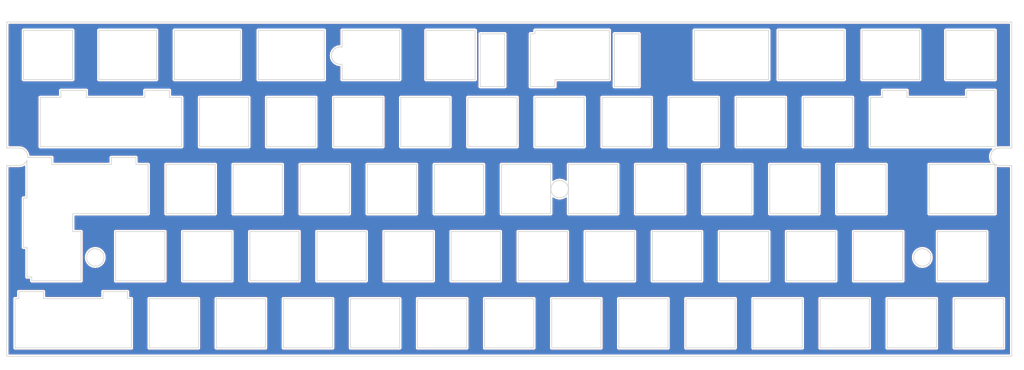
<source format=kicad_pcb>
(kicad_pcb (version 20210925) (generator pcbnew)
  (layers (0 "F.Cu" signal) (31 "B.Cu" signal) (34 "B.Paste" user) (35 "F.Paste" user) (36 "B.SilkS" user "B.Silkscreen") (37 "F.SilkS" user "F.Silkscreen") (38 "B.Mask" user) (39 "F.Mask" user) (44 "Edge.Cuts" user))
  (net 0 "")
  (gr_line (start 175.3433 78.1996) (end 175.3433 92.1996) (layer "Edge.Cuts") (width 0.2))
  (gr_line (start 296.49955 92.1996) (end 296.49955 78.1996) (layer "Edge.Cuts") (width 0.2))
  (gr_line (start 170.580801 130.2996) (end 184.5808 130.2996) (layer "Edge.Cuts") (width 0.2))
  (gr_line (start 273.810901 103.130101) (end 273.454 103.826101) (layer "Edge.Cuts") (width 0.2))
  (gr_line (start 278.2082 105.372301) (end 278.330901 104.598001) (layer "Edge.Cuts") (width 0.2))
  (gr_line (start 118.1933 92.1996) (end 132.1933 92.1996) (layer "Edge.Cuts") (width 0.2))
  (gr_line (start 20.56205 54.0996) (end 34.56205 54.0996) (layer "Edge.Cuts") (width 0.2))
  (gr_line (start 222.6808 116.299601) (end 208.6808 116.299601) (layer "Edge.Cuts") (width 0.2))
  (gr_line (start 172.8308 87.697501) (end 173.6038 87.576501) (layer "Edge.Cuts") (width 0.2))
  (gr_line (start 38.481801 104.598001) (end 38.6048 105.372301) (layer "Edge.Cuts") (width 0.2))
  (gr_line (start 58.37455 54.0996) (end 58.37455 40.0996) (layer "Edge.Cuts") (width 0.2))
  (gr_line (start 108.6683 73.1496) (end 122.6683 73.1496) (layer "Edge.Cuts") (width 0.2))
  (gr_line (start 277.73705 92.1996) (end 296.49955 92.1996) (layer "Edge.Cuts") (width 0.2))
  (gr_line (start 194.3933 92.1996) (end 208.3933 92.1996) (layer "Edge.Cuts") (width 0.2))
  (gr_line (start 84.5683 59.1496) (end 70.5683 59.1496) (layer "Edge.Cuts") (width 0.2))
  (gr_line (start 105.99955 54.0996) (end 105.99955 40.0996) (layer "Edge.Cuts") (width 0.2))
  (gr_line (start 19.3448 78.4991) (end 20.1178 78.3764) (layer "Edge.Cuts") (width 0.2))
  (gr_line (start 15.8438 78.4991) (end 19.3448 78.4991) (layer "Edge.Cuts") (width 0.2))
  (gr_line (start 184.5808 116.299601) (end 170.580801 116.299601) (layer "Edge.Cuts") (width 0.2))
  (gr_line (start 234.87455 40.0996) (end 234.87455 54.0996) (layer "Edge.Cuts") (width 0.2))
  (gr_line (start 41.7548 102.222001) (end 40.981801 102.0982) (layer "Edge.Cuts") (width 0.2))
  (gr_line (start 151.2433 78.1996) (end 137.2433 78.1996) (layer "Edge.Cuts") (width 0.2))
  (gr_line (start 70.5683 73.1496) (end 84.5683 73.1496) (layer "Edge.Cuts") (width 0.2))
  (gr_line (start 65.5183 73.1496) (end 65.5183 59.1496) (layer "Edge.Cuts") (width 0.2))
  (gr_line (start 137.2433 78.1996) (end 137.2433 92.1996) (layer "Edge.Cuts") (width 0.2))
  (gr_line (start 188.3683 41.0996) (end 188.3683 56.0996) (layer "Edge.Cuts") (width 0.2))
  (gr_line (start 258.68705 40.0996) (end 258.68705 54.0996) (layer "Edge.Cuts") (width 0.2))
  (gr_line (start 148.86205 40.0996) (end 134.86205 40.0996) (layer "Edge.Cuts") (width 0.2))
  (gr_line (start 275.058001 106.976401) (end 275.8311 107.098801) (layer "Edge.Cuts") (width 0.2))
  (gr_line (start 41.9933 92.1996) (end 55.9933 92.1996) (layer "Edge.Cuts") (width 0.2))
  (gr_line (start 56.2808 116.299601) (end 56.2808 130.2996) (layer "Edge.Cuts") (width 0.2))
  (gr_line (start 296.49955 40.0996) (end 282.49955 40.0996) (layer "Edge.Cuts") (width 0.2))
  (gr_line (start 42.4518 106.622201) (end 43.0048 106.068401) (layer "Edge.Cuts") (width 0.2))
  (gr_line (start 251.2558 111.249601) (end 251.2558 97.2496) (layer "Edge.Cuts") (width 0.2))
  (gr_line (start 170.4538 84.426201) (end 170.3298 85.1977) (layer "Edge.Cuts") (width 0.2))
  (gr_line (start 94.0933 92.1996) (end 94.0933 78.1996) (layer "Edge.Cuts") (width 0.2))
  (gr_line (start 108.1538 48.0707) (end 108.5088 48.768) (layer "Edge.Cuts") (width 0.2))
  (gr_line (start 184.5808 130.2996) (end 184.5808 116.299601) (layer "Edge.Cuts") (width 0.2))
  (gr_line (start 65.5183 59.1496) (end 62.05005 59.1496) (layer "Edge.Cuts") (width 0.2))
  (gr_line (start 122.6683 73.1496) (end 122.6683 59.1496) (layer "Edge.Cuts") (width 0.2))
  (gr_line (start 146.4808 116.299601) (end 132.4808 116.299601) (layer "Edge.Cuts") (width 0.2))
  (gr_line (start 46.7558 97.2496) (end 46.7558 111.249601) (layer "Edge.Cuts") (width 0.2))
  (gr_line (start 25.32455 73.1496) (end 65.5183 73.1496) (layer "Edge.Cuts") (width 0.2))
  (gr_line (start 132.1933 92.1996) (end 132.1933 78.1996) (layer "Edge.Cuts") (width 0.2))
  (gr_line (start 179.8183 59.1496) (end 165.8183 59.1496) (layer "Edge.Cuts") (width 0.2))
  (gr_line (start 52.52505 76.1996) (end 45.52505 76.1996) (layer "Edge.Cuts") (width 0.2))
  (gr_line (start 170.2933 78.1996) (end 156.2933 78.1996) (layer "Edge.Cuts") (width 0.2))
  (gr_line (start 31.17405 57.1496) (end 31.17405 59.1496) (layer "Edge.Cuts") (width 0.2))
  (gr_line (start 34.56205 97.2496) (end 34.56205 92.205371) (layer "Edge.Cuts") (width 0.2))
  (gr_line (start 79.8058 97.2496) (end 65.8058 97.2496) (layer "Edge.Cuts") (width 0.2))
  (gr_line (start 253.63705 40.0996) (end 234.87455 40.0996) (layer "Edge.Cuts") (width 0.2))
  (gr_line (start 62.05005 57.1496) (end 55.05005 57.1496) (layer "Edge.Cuts") (width 0.2))
  (gr_line (start 113.1433 92.1996) (end 113.1433 78.1996) (layer "Edge.Cuts") (width 0.2))
  (gr_line (start 34.56205 40.0996) (end 20.56205 40.0996) (layer "Edge.Cuts") (width 0.2))
  (gr_line (start 294.1183 97.2496) (end 280.1183 97.2496) (layer "Edge.Cuts") (width 0.2))
  (gr_line (start 38.9598 103.130101) (end 38.6048 103.826101) (layer "Edge.Cuts") (width 0.2))
  (gr_line (start 113.1433 78.1996) (end 99.1433 78.1996) (layer "Edge.Cuts") (width 0.2))
  (gr_line (start 111.04955 40.0996) (end 111.04955 44.88146) (layer "Edge.Cuts") (width 0.2))
  (gr_line (start 108.6683 59.1496) (end 108.6683 73.1496) (layer "Edge.Cuts") (width 0.2))
  (gr_line (start 20.56205 87.7246) (end 20.56205 101.7246) (layer "Edge.Cuts") (width 0.2))
  (gr_line (start 20.1178 78.3764) (end 20.8138 78.022501) (layer "Edge.Cuts") (width 0.2))
  (gr_line (start 174.8538 86.668101) (end 175.2108 85.9724) (layer "Edge.Cuts") (width 0.2))
  (gr_line (start 251.5433 92.1996) (end 265.5433 92.1996) (layer "Edge.Cuts") (width 0.2))
  (gr_line (start 273.810901 106.068401) (end 274.3621 106.622201) (layer "Edge.Cuts") (width 0.2))
  (gr_line (start 80.0933 78.1996) (end 80.0933 92.1996) (layer "Edge.Cuts") (width 0.2))
  (gr_line (start 296.94542 78.3764) (end 297.717121 78.4991) (layer "Edge.Cuts") (width 0.2))
  (gr_line (start 278.330901 104.598001) (end 278.2082 103.826101) (layer "Edge.Cuts") (width 0.2))
  (gr_line (start 146.4808 130.2996) (end 146.4808 116.299601) (layer "Edge.Cuts") (width 0.2))
  (gr_line (start 279.8308 130.2996) (end 279.8308 116.299601) (layer "Edge.Cuts") (width 0.2))
  (gr_line (start 256.3058 111.249601) (end 270.305801 111.249601) (layer "Edge.Cuts") (width 0.2))
  (gr_line (start 21.56205 101.7246) (end 21.56205 110.1626) (layer "Edge.Cuts") (width 0.2))
  (gr_line (start 117.9058 111.249601) (end 117.9058 97.2496) (layer "Edge.Cuts") (width 0.2))
  (gr_line (start 203.6308 130.2996) (end 203.6308 116.299601) (layer "Edge.Cuts") (width 0.2))
  (gr_line (start 232.4933 78.1996) (end 232.4933 92.1996) (layer "Edge.Cuts") (width 0.2))
  (gr_line (start 301.217801 37.7626) (end 301.218716 73.4982) (layer "Edge.Cuts") (width 0.2))
  (gr_line (start 75.0433 92.1996) (end 75.0433 78.1996) (layer "Edge.Cuts") (width 0.2))
  (gr_line (start 39.512801 102.5762) (end 38.9598 103.130101) (layer "Edge.Cuts") (width 0.2))
  (gr_line (start 28.64905 78.1996) (end 28.64905 76.1996) (layer "Edge.Cuts") (width 0.2))
  (gr_line (start 280.1183 97.2496) (end 280.1183 111.249601) (layer "Edge.Cuts") (width 0.2))
  (gr_line (start 36.9433 97.2496) (end 34.56205 97.2496) (layer "Edge.Cuts") (width 0.2))
  (gr_line (start 232.2058 97.2496) (end 218.2058 97.2496) (layer "Edge.Cuts") (width 0.2))
  (gr_line (start 65.8058 97.2496) (end 65.8058 111.249601) (layer "Edge.Cuts") (width 0.2))
  (gr_line (start 264.53655 59.144597) (end 264.535799 59.144597) (layer "Edge.Cuts") (width 0.2))
  (gr_line (start 40.2098 102.222001) (end 39.512801 102.5762) (layer "Edge.Cuts") (width 0.2))
  (gr_line (start 50.143885 116.2996) (end 50.1438 114.2996) (layer "Edge.Cuts") (width 0.2))
  (gr_line (start 222.6808 130.2996) (end 222.6808 116.299601) (layer "Edge.Cuts") (width 0.2))
  (gr_line (start 38.443463 59.1496) (end 38.443463 57.1496) (layer "Edge.Cuts") (width 0.2))
  (gr_line (start 103.9058 111.249601) (end 117.9058 111.249601) (layer "Edge.Cuts") (width 0.2))
  (gr_line (start 175.0558 111.249601) (end 175.0558 97.2496) (layer "Edge.Cuts") (width 0.2))
  (gr_line (start 275.058001 102.222001) (end 274.3621 102.5762) (layer "Edge.Cuts") (width 0.2))
  (gr_line (start 38.6048 105.372301) (end 38.9598 106.068401) (layer "Edge.Cuts") (width 0.2))
  (gr_line (start 80.0933 92.1996) (end 94.0933 92.1996) (layer "Edge.Cuts") (width 0.2))
  (gr_line (start 184.8683 59.1496) (end 184.8683 73.1496) (layer "Edge.Cuts") (width 0.2))
  (gr_line (start 189.3433 78.1996) (end 175.3433 78.1996) (layer "Edge.Cuts") (width 0.2))
  (gr_line (start 301.218716 78.4991) (end 301.217801 132.636601) (layer "Edge.Cuts") (width 0.2))
  (gr_line (start 82.18705 54.0996) (end 82.18705 40.0996) (layer "Edge.Cuts") (width 0.2))
  (gr_line (start 21.3668 77.4683) (end 21.56205 77.083812) (layer "Edge.Cuts") (width 0.2))
  (gr_line (start 170.8078 86.668101) (end 171.3618 87.2223) (layer "Edge.Cuts") (width 0.2))
  (gr_line (start 296.49955 54.0996) (end 296.49955 40.0996) (layer "Edge.Cuts") (width 0.2))
  (gr_line (start 211.06205 40.0996) (end 211.06205 54.0996) (layer "Edge.Cuts") (width 0.2))
  (gr_line (start 18.180787 116.2996) (end 18.180787 130.2996) (layer "Edge.Cuts") (width 0.2))
  (gr_line (start 43.0048 103.130101) (end 42.4518 102.5762) (layer "Edge.Cuts") (width 0.2))
  (gr_line (start 43.1438 116.2996) (end 41.7058 116.299601) (layer "Edge.Cuts") (width 0.2))
  (gr_line (start 70.2808 130.2996) (end 70.2808 116.299601) (layer "Edge.Cuts") (width 0.2))
  (gr_line (start 161.0558 111.249601) (end 175.0558 111.249601) (layer "Edge.Cuts") (width 0.2))
  (gr_line (start 227.7308 130.2996) (end 241.7308 130.2996) (layer "Edge.Cuts") (width 0.2))
  (gr_line (start 111.04955 44.88146) (end 110.5308 44.79927) (layer "Edge.Cuts") (width 0.2))
  (gr_line (start 87.23705 54.0996) (end 105.99955 54.0996) (layer "Edge.Cuts") (width 0.2))
  (gr_line (start 160.7683 59.1496) (end 146.7683 59.1496) (layer "Edge.Cuts") (width 0.2))
  (gr_line (start 241.7308 116.299601) (end 227.7308 116.299601) (layer "Edge.Cuts") (width 0.2))
  (gr_line (start 217.9183 59.1496) (end 203.9183 59.1496) (layer "Edge.Cuts") (width 0.2))
  (gr_line (start 278.2082 103.826101) (end 277.8541 103.130101) (layer "Edge.Cuts") (width 0.2))
  (gr_line (start 265.8308 116.299601) (end 265.8308 130.2996) (layer "Edge.Cuts") (width 0.2))
  (gr_line (start 213.1558 97.2496) (end 199.1558 97.2496) (layer "Edge.Cuts") (width 0.2))
  (gr_line (start 246.7808 130.2996) (end 260.7808 130.2996) (layer "Edge.Cuts") (width 0.2))
  (gr_line (start 94.3808 130.2996) (end 108.3808 130.2996) (layer "Edge.Cuts") (width 0.2))
  (gr_line (start 265.5433 78.1996) (end 251.5433 78.1996) (layer "Edge.Cuts") (width 0.2))
  (gr_line (start 174.2998 87.2223) (end 174.8538 86.668101) (layer "Edge.Cuts") (width 0.2))
  (gr_line (start 84.8558 111.249601) (end 98.8558 111.249601) (layer "Edge.Cuts") (width 0.2))
  (gr_line (start 55.05005 59.1496) (end 38.443463 59.1496) (layer "Edge.Cuts") (width 0.2))
  (gr_line (start 21.56205 110.1626) (end 22.9433 110.1626) (layer "Edge.Cuts") (width 0.2))
  (gr_line (start 38.6048 103.826101) (end 38.481801 104.598001) (layer "Edge.Cuts") (width 0.2))
  (gr_line (start 157.2683 56.0996) (end 157.2683 41.0996) (layer "Edge.Cuts") (width 0.2))
  (gr_line (start 21.3668 74.529) (end 20.8138 73.9751) (layer "Edge.Cuts") (width 0.2))
  (gr_line (start 157.2683 41.0996) (end 150.2683 41.0996) (layer "Edge.Cuts") (width 0.2))
  (gr_line (start 242.0183 73.1496) (end 256.0183 73.1496) (layer "Edge.Cuts") (width 0.2))
  (gr_line (start 52.52505 78.1996) (end 52.52505 76.1996) (layer "Edge.Cuts") (width 0.2))
  (gr_line (start 236.9683 59.1496) (end 222.9683 59.1496) (layer "Edge.Cuts") (width 0.2))
  (gr_line (start 36.9433 111.249601) (end 36.9433 97.2496) (layer "Edge.Cuts") (width 0.2))
  (gr_line (start 298.8808 130.2996) (end 298.8808 116.299601) (layer "Edge.Cuts") (width 0.2))
  (gr_line (start 142.0058 97.2496) (end 142.0058 111.249601) (layer "Edge.Cuts") (width 0.2))
  (gr_line (start 273.331401 104.598001) (end 273.454 105.372301) (layer "Edge.Cuts") (width 0.2))
  (gr_line (start 260.7808 116.299601) (end 246.7808 116.299601) (layer "Edge.Cuts") (width 0.2))
  (gr_line (start 288.412551 59.1496) (end 271.495494 59.1496) (layer "Edge.Cuts") (width 0.2))
  (gr_line (start 82.18705 40.0996) (end 63.42455 40.0996) (layer "Edge.Cuts") (width 0.2))
  (gr_line (start 22.9433 110.1626) (end 22.9433 111.249601) (layer "Edge.Cuts") (width 0.2))
  (gr_line (start 165.8183 59.1496) (end 165.8183 73.1496) (layer "Edge.Cuts") (width 0.2))
  (gr_line (start 265.8308 130.2996) (end 279.8308 130.2996) (layer "Edge.Cuts") (width 0.2))
  (gr_line (start 122.9558 111.249601) (end 136.9558 111.249601) (layer "Edge.Cuts") (width 0.2))
  (gr_line (start 156.2933 92.1996) (end 170.2933 92.1996) (layer "Edge.Cuts") (width 0.2))
  (gr_line (start 186.96205 40.0996) (end 165.8183 40.0996) (layer "Edge.Cuts") (width 0.2))
  (gr_line (start 276.604201 106.976401) (end 277.3001 106.622201) (layer "Edge.Cuts") (width 0.2))
  (gr_line (start 20.8138 78.022501) (end 21.3668 77.4683) (layer "Edge.Cuts") (width 0.2))
  (gr_line (start 58.37455 40.0996) (end 41.9933 40.0996) (layer "Edge.Cuts") (width 0.2))
  (gr_line (start 170.4538 85.9724) (end 170.8078 86.668101) (layer "Edge.Cuts") (width 0.2))
  (gr_line (start 261.068301 73.1496) (end 296.49955 73.1496) (layer "Edge.Cuts") (width 0.2))
  (gr_line (start 246.4933 92.1996) (end 246.4933 78.1996) (layer "Edge.Cuts") (width 0.2))
  (gr_line (start 45.52505 76.1996) (end 45.52505 78.1996) (layer "Edge.Cuts") (width 0.2))
  (gr_line (start 246.7808 116.299601) (end 246.7808 130.2996) (layer "Edge.Cuts") (width 0.2))
  (gr_line (start 165.8183 41.0996) (end 164.52405 41.0996) (layer "Edge.Cuts") (width 0.2))
  (gr_line (start 109.7578 44.9219) (end 109.0608 45.276051) (layer "Edge.Cuts") (width 0.2))
  (gr_line (start 242.0183 59.1496) (end 242.0183 73.1496) (layer "Edge.Cuts") (width 0.2))
  (gr_line (start 41.9933 54.0996) (end 58.37455 54.0996) (layer "Edge.Cuts") (width 0.2))
  (gr_line (start 51.230789 116.2996) (end 50.143885 116.2996) (layer "Edge.Cuts") (width 0.2))
  (gr_line (start 150.2683 41.0996) (end 150.2683 56.0996) (layer "Edge.Cuts") (width 0.2))
  (gr_line (start 46.7558 111.249601) (end 60.7558 111.249601) (layer "Edge.Cuts") (width 0.2))
  (gr_line (start 271.495494 57.1496) (end 264.53655 57.1496) (layer "Edge.Cuts") (width 0.2))
  (gr_line (start 15.8438 37.7626) (end 301.217801 37.7626) (layer "Edge.Cuts") (width 0.2))
  (gr_line (start 165.5308 130.2996) (end 165.5308 116.299601) (layer "Edge.Cuts") (width 0.2))
  (gr_line (start 279.8308 116.299601) (end 265.8308 116.299601) (layer "Edge.Cuts") (width 0.2))
  (gr_line (start 256.0183 59.1496) (end 242.0183 59.1496) (layer "Edge.Cuts") (width 0.2))
  (gr_line (start 136.9558 97.2496) (end 122.9558 97.2496) (layer "Edge.Cuts") (width 0.2))
  (gr_line (start 146.7683 73.1496) (end 160.7683 73.1496) (layer "Edge.Cuts") (width 0.2))
  (gr_line (start 98.8558 111.249601) (end 98.8558 97.2496) (layer "Edge.Cuts") (width 0.2))
  (gr_line (start 113.4308 130.2996) (end 127.4308 130.2996) (layer "Edge.Cuts") (width 0.2))
  (gr_line (start 296.94542 73.620901) (end 296.2495 73.9751) (layer "Edge.Cuts") (width 0.2))
  (gr_line (start 251.5433 78.1996) (end 251.5433 92.1996) (layer "Edge.Cuts") (width 0.2))
  (gr_line (start 122.6683 59.1496) (end 108.6683 59.1496) (layer "Edge.Cuts") (width 0.2))
  (gr_line (start 195.40005 41.0996) (end 188.3683 41.0996) (layer "Edge.Cuts") (width 0.2))
  (gr_line (start 296.49955 73.1496) (end 296.49955 57.1496) (layer "Edge.Cuts") (width 0.2))
  (gr_line (start 189.6308 130.2996) (end 203.6308 130.2996) (layer "Edge.Cuts") (width 0.2))
  (gr_line (start 175.3308 85.1977) (end 175.2108 84.426201) (layer "Edge.Cuts") (width 0.2))
  (gr_line (start 277.3001 106.622201) (end 277.8541 106.068401) (layer "Edge.Cuts") (width 0.2))
  (gr_line (start 60.7558 97.2496) (end 46.7558 97.2496) (layer "Edge.Cuts") (width 0.2))
  (gr_line (start 301.218716 73.4982) (end 297.718501 73.4982) (layer "Edge.Cuts") (width 0.2))
  (gr_line (start 103.6183 73.1496) (end 103.6183 59.1496) (layer "Edge.Cuts") (width 0.2))
  (gr_line (start 194.1058 111.249601) (end 194.1058 97.2496) (layer "Edge.Cuts") (width 0.2))
  (gr_line (start 298.8808 116.299601) (end 284.880801 116.299601) (layer "Edge.Cuts") (width 0.2))
  (gr_line (start 297.718501 73.4982) (end 296.94542 73.620901) (layer "Edge.Cuts") (width 0.2))
  (gr_line (start 275.8311 107.098801) (end 276.604201 106.976401) (layer "Edge.Cuts") (width 0.2))
  (gr_line (start 108.5088 48.768) (end 109.0608 49.3206) (layer "Edge.Cuts") (width 0.2))
  (gr_line (start 132.1933 78.1996) (end 118.1933 78.1996) (layer "Edge.Cuts") (width 0.2))
  (gr_line (start 234.87455 54.0996) (end 253.63705 54.0996) (layer "Edge.Cuts") (width 0.2))
  (gr_line (start 241.7308 130.2996) (end 241.7308 116.299601) (layer "Edge.Cuts") (width 0.2))
  (gr_line (start 41.7058 116.299601) (end 26.267728 116.299601) (layer "Edge.Cuts") (width 0.2))
  (gr_line (start 165.8183 40.0996) (end 165.8183 41.0996) (layer "Edge.Cuts") (width 0.2))
  (gr_line (start 43.1438 114.2996) (end 43.1438 116.2996) (layer "Edge.Cuts") (width 0.2))
  (gr_line (start 75.3308 130.2996) (end 89.3308 130.2996) (layer "Edge.Cuts") (width 0.2))
  (gr_line (start 295.218751 75.997901) (end 295.34138 76.771201) (layer "Edge.Cuts") (width 0.2))
  (gr_line (start 171.3618 87.2223) (end 172.0578 87.576501) (layer "Edge.Cuts") (width 0.2))
  (gr_line (start 174.2998 83.1763) (end 173.6038 82.820701) (layer "Edge.Cuts") (width 0.2))
  (gr_line (start 127.7183 73.1496) (end 141.7183 73.1496) (layer "Edge.Cuts") (width 0.2))
  (gr_line (start 277.8541 103.130101) (end 277.3001 102.5762) (layer "Edge.Cuts") (width 0.2))
  (gr_line (start 21.56205 77.083812) (end 21.56205 87.7246) (layer "Edge.Cuts") (width 0.2))
  (gr_line (start 227.4433 78.1996) (end 213.4433 78.1996) (layer "Edge.Cuts") (width 0.2))
  (gr_line (start 256.3058 97.2496) (end 256.3058 111.249601) (layer "Edge.Cuts") (width 0.2))
  (gr_line (start 213.4433 92.1996) (end 227.4433 92.1996) (layer "Edge.Cuts") (width 0.2))
  (gr_line (start 227.7308 116.299601) (end 227.7308 130.2996) (layer "Edge.Cuts") (width 0.2))
  (gr_line (start 89.3308 116.299601) (end 75.3308 116.299601) (layer "Edge.Cuts") (width 0.2))
  (gr_line (start 195.40005 56.0996) (end 195.40005 41.0996) (layer "Edge.Cuts") (width 0.2))
  (gr_line (start 301.217801 132.636601) (end 15.8438 132.636601) (layer "Edge.Cuts") (width 0.2))
  (gr_line (start 277.73705 78.1996) (end 277.73705 92.1996) (layer "Edge.Cuts") (width 0.2))
  (gr_line (start 38.443463 57.1496) (end 31.17405 57.1496) (layer "Edge.Cuts") (width 0.2))
  (gr_line (start 65.8058 111.249601) (end 79.8058 111.249601) (layer "Edge.Cuts") (width 0.2))
  (gr_line (start 40.2098 106.976401) (end 40.981801 107.098801) (layer "Edge.Cuts") (width 0.2))
  (gr_line (start 264.53655 57.1496) (end 264.53655 59.144597) (layer "Edge.Cuts") (width 0.2))
  (gr_line (start 261.068301 59.1496) (end 261.068301 73.1496) (layer "Edge.Cuts") (width 0.2))
  (gr_line (start 295.34138 76.771201) (end 295.69691 77.4683) (layer "Edge.Cuts") (width 0.2))
  (gr_line (start 160.7683 73.1496) (end 160.7683 59.1496) (layer "Edge.Cuts") (width 0.2))
  (gr_line (start 98.8558 97.2496) (end 84.8558 97.2496) (layer "Edge.Cuts") (width 0.2))
  (gr_line (start 20.56205 40.0996) (end 20.56205 54.0996) (layer "Edge.Cuts") (width 0.2))
  (gr_line (start 39.512801 106.622201) (end 40.2098 106.976401) (layer "Edge.Cuts") (width 0.2))
  (gr_line (start 127.4308 40.0996) (end 111.04955 40.0996) (layer "Edge.Cuts") (width 0.2))
  (gr_line (start 251.2558 97.2496) (end 237.2558 97.2496) (layer "Edge.Cuts") (width 0.2))
  (gr_line (start 294.1183 111.249601) (end 294.1183 97.2496) (layer "Edge.Cuts") (width 0.2))
  (gr_line (start 156.0058 97.2496) (end 142.0058 97.2496) (layer "Edge.Cuts") (width 0.2))
  (gr_line (start 273.454 105.372301) (end 273.810901 106.068401) (layer "Edge.Cuts") (width 0.2))
  (gr_line (start 161.0558 97.2496) (end 161.0558 111.249601) (layer "Edge.Cuts") (width 0.2))
  (gr_line (start 108.1538 46.52594) (end 108.0318 47.29902) (layer "Edge.Cuts") (width 0.2))
  (gr_line (start 175.2108 84.426201) (end 174.8538 83.7287) (layer "Edge.Cuts") (width 0.2))
  (gr_line (start 21.811895 76.1996) (end 21.8438 75.999401) (layer "Edge.Cuts") (width 0.2))
  (gr_line (start 141.7183 59.1496) (end 127.7183 59.1496) (layer "Edge.Cuts") (width 0.2))
  (gr_line (start 198.8683 73.1496) (end 198.8683 59.1496) (layer "Edge.Cuts") (width 0.2))
  (gr_line (start 232.2058 54.0996) (end 232.2058 40.0996) (layer "Edge.Cuts") (width 0.2))
  (gr_line (start 164.52405 41.0996) (end 164.52405 56.0996) (layer "Edge.Cuts") (width 0.2))
  (gr_line (start 175.0558 97.2496) (end 161.0558 97.2496) (layer "Edge.Cuts") (width 0.2))
  (gr_line (start 211.06205 54.0996) (end 232.2058 54.0996) (layer "Edge.Cuts") (width 0.2))
  (gr_line (start 151.2433 92.1996) (end 151.2433 78.1996) (layer "Edge.Cuts") (width 0.2))
  (gr_line (start 108.5088 45.83005) (end 108.1538 46.52594) (layer "Edge.Cuts") (width 0.2))
  (gr_line (start 34.56205 92.205371) (end 41.9933 92.1996) (layer "Edge.Cuts") (width 0.2))
  (gr_line (start 165.8183 73.1496) (end 179.8183 73.1496) (layer "Edge.Cuts") (width 0.2))
  (gr_line (start 103.6183 59.1496) (end 89.6183 59.1496) (layer "Edge.Cuts") (width 0.2))
  (gr_line (start 38.9598 106.068401) (end 39.512801 106.622201) (layer "Edge.Cuts") (width 0.2))
  (gr_line (start 170.3298 85.1977) (end 170.4538 85.9724) (layer "Edge.Cuts") (width 0.2))
  (gr_line (start 199.1558 97.2496) (end 199.1558 111.249601) (layer "Edge.Cuts") (width 0.2))
  (gr_line (start 26.2678 114.2996) (end 19.2678 114.2996) (layer "Edge.Cuts") (width 0.2))
  (gr_line (start 203.9183 73.1496) (end 217.9183 73.1496) (layer "Edge.Cuts") (width 0.2))
  (gr_line (start 270.305801 97.2496) (end 256.3058 97.2496) (layer "Edge.Cuts") (width 0.2))
  (gr_line (start 136.9558 111.249601) (end 136.9558 97.2496) (layer "Edge.Cuts") (width 0.2))
  (gr_line (start 45.52505 78.1996) (end 28.64905 78.1996) (layer "Edge.Cuts") (width 0.2))
  (gr_line (start 22.9433 111.249601) (end 36.9433 111.249601) (layer "Edge.Cuts") (width 0.2))
  (gr_line (start 164.52405 56.0996) (end 171.52405 56.0996) (layer "Edge.Cuts") (width 0.2))
  (gr_line (start 99.1433 92.1996) (end 113.1433 92.1996) (layer "Edge.Cuts") (width 0.2))
  (gr_line (start 264.4058 59.1496) (end 261.068301 59.1496) (layer "Edge.Cuts") (width 0.2))
  (gr_line (start 134.86205 40.0996) (end 134.86205 54.0996) (layer "Edge.Cuts") (width 0.2))
  (gr_line (start 174.8538 83.7287) (end 174.2998 83.1763) (layer "Edge.Cuts") (width 0.2))
  (gr_line (start 89.6183 73.1496) (end 103.6183 73.1496) (layer "Edge.Cuts") (width 0.2))
  (gr_line (start 127.4308 130.2996) (end 127.4308 116.299601) (layer "Edge.Cuts") (width 0.2))
  (gr_line (start 264.535799 59.144597) (end 264.535799 59.149501) (layer "Edge.Cuts") (width 0.2))
  (gr_line (start 40.981801 107.098801) (end 41.7548 106.976401) (layer "Edge.Cuts") (width 0.2))
  (gr_line (start 55.9933 92.1996) (end 55.9933 78.1996) (layer "Edge.Cuts") (width 0.2))
  (gr_line (start 232.2058 111.249601) (end 232.2058 97.2496) (layer "Edge.Cuts") (width 0.2))
  (gr_line (start 70.2808 116.299601) (end 56.2808 116.299601) (layer "Edge.Cuts") (width 0.2))
  (gr_line (start 20.8138 73.9751) (end 20.1178 73.620901) (layer "Edge.Cuts") (width 0.2))
  (gr_line (start 222.9683 59.1496) (end 222.9683 73.1496) (layer "Edge.Cuts") (width 0.2))
  (gr_line (start 25.32455 59.1496) (end 25.32455 73.1496) (layer "Edge.Cuts") (width 0.2))
  (gr_line (start 51.230789 130.2996) (end 51.230789 116.2996) (layer "Edge.Cuts") (width 0.2))
  (gr_line (start 295.34138 75.2264) (end 295.218751 75.997901) (layer "Edge.Cuts") (width 0.2))
  (gr_line (start 18.180787 130.2996) (end 51.230789 130.2996) (layer "Edge.Cuts") (width 0.2))
  (gr_line (start 237.2558 97.2496) (end 237.2558 111.249601) (layer "Edge.Cuts") (width 0.2))
  (gr_line (start 127.7183 59.1496) (end 127.7183 73.1496) (layer "Edge.Cuts") (width 0.2))
  (gr_line (start 237.2558 111.249601) (end 251.2558 111.249601) (layer "Edge.Cuts") (width 0.2))
  (gr_line (start 236.9683 73.1496) (end 236.9683 59.1496) (layer "Edge.Cuts") (width 0.2))
  (gr_line (start 156.2933 78.1996) (end 156.2933 92.1996) (layer "Edge.Cuts") (width 0.2))
  (gr_line (start 189.3433 92.1996) (end 189.3433 78.1996) (layer "Edge.Cuts") (width 0.2))
  (gr_line (start 172.8308 82.6979) (end 172.0578 82.820701) (layer "Edge.Cuts") (width 0.2))
  (gr_line (start 56.2808 130.2996) (end 70.2808 130.2996) (layer "Edge.Cuts") (width 0.2))
  (gr_line (start 41.7548 106.976401) (end 42.4518 106.622201) (layer "Edge.Cuts") (width 0.2))
  (gr_line (start 256.0183 73.1496) (end 256.0183 59.1496) (layer "Edge.Cuts") (width 0.2))
  (gr_line (start 137.2433 92.1996) (end 151.2433 92.1996) (layer "Edge.Cuts") (width 0.2))
  (gr_line (start 122.9558 97.2496) (end 122.9558 111.249601) (layer "Edge.Cuts") (width 0.2))
  (gr_line (start 284.880801 116.299601) (end 284.880801 130.2996) (layer "Edge.Cuts") (width 0.2))
  (gr_line (start 75.0433 78.1996) (end 61.0433 78.1996) (layer "Edge.Cuts") (width 0.2))
  (gr_line (start 203.9183 59.1496) (end 203.9183 73.1496) (layer "Edge.Cuts") (width 0.2))
  (gr_line (start 94.3808 116.299601) (end 94.3808 130.2996) (layer "Edge.Cuts") (width 0.2))
  (gr_line (start 188.3683 56.0996) (end 195.40005 56.0996) (layer "Edge.Cuts") (width 0.2))
  (gr_line (start 273.454 103.826101) (end 273.331401 104.598001) (layer "Edge.Cuts") (width 0.2))
  (gr_line (start 218.2058 111.249601) (end 232.2058 111.249601) (layer "Edge.Cuts") (width 0.2))
  (gr_line (start 21.56205 87.7246) (end 20.56205 87.7246) (layer "Edge.Cuts") (width 0.2))
  (gr_line (start 150.2683 56.0996) (end 157.2683 56.0996) (layer "Edge.Cuts") (width 0.2))
  (gr_line (start 15.8438 73.4982) (end 15.8438 37.7626) (layer "Edge.Cuts") (width 0.2))
  (gr_line (start 172.0578 82.820701) (end 171.3618 83.1763) (layer "Edge.Cuts") (width 0.2))
  (gr_line (start 21.7208 75.2264) (end 21.3668 74.529) (layer "Edge.Cuts") (width 0.2))
  (gr_line (start 108.3808 130.2996) (end 108.3808 116.299601) (layer "Edge.Cuts") (width 0.2))
  (gr_line (start 19.2678 114.2996) (end 19.2678 116.2996) (layer "Edge.Cuts") (width 0.2))
  (gr_line (start 175.2108 85.9724) (end 175.3308 85.1977) (layer "Edge.Cuts") (width 0.2))
  (gr_line (start 42.4518 102.5762) (end 41.7548 102.222001) (layer "Edge.Cuts") (width 0.2))
  (gr_line (start 28.64905 76.1996) (end 21.811895 76.1996) (layer "Edge.Cuts") (width 0.2))
  (gr_line (start 50.1438 114.2996) (end 43.1438 114.2996) (layer "Edge.Cuts") (width 0.2))
  (gr_line (start 113.4308 116.299601) (end 113.4308 130.2996) (layer "Edge.Cuts") (width 0.2))
  (gr_line (start 70.5683 59.1496) (end 70.5683 73.1496) (layer "Edge.Cuts") (width 0.2))
  (gr_line (start 232.2058 40.0996) (end 211.06205 40.0996) (layer "Edge.Cuts") (width 0.2))
  (gr_line (start 43.3598 105.372301) (end 43.481801 104.598001) (layer "Edge.Cuts") (width 0.2))
  (gr_line (start 274.3621 102.5762) (end 273.810901 103.130101) (layer "Edge.Cuts") (width 0.2))
  (gr_line (start 61.0433 92.1996) (end 75.0433 92.1996) (layer "Edge.Cuts") (width 0.2))
  (gr_line (start 227.4433 92.1996) (end 227.4433 78.1996) (layer "Edge.Cuts") (width 0.2))
  (gr_line (start 19.2678 116.2996) (end 18.180787 116.2996) (layer "Edge.Cuts") (width 0.2))
  (gr_line (start 198.8683 59.1496) (end 184.8683 59.1496) (layer "Edge.Cuts") (width 0.2))
  (gr_line (start 280.1183 111.249601) (end 294.1183 111.249601) (layer "Edge.Cuts") (width 0.2))
  (gr_line (start 118.1933 78.1996) (end 118.1933 92.1996) (layer "Edge.Cuts") (width 0.2))
  (gr_line (start 172.0578 87.576501) (end 172.8308 87.697501) (layer "Edge.Cuts") (width 0.2))
  (gr_line (start 156.0058 111.249601) (end 156.0058 97.2496) (layer "Edge.Cuts") (width 0.2))
  (gr_line (start 31.17405 59.1496) (end 25.32455 59.1496) (layer "Edge.Cuts") (width 0.2))
  (gr_line (start 275.8311 102.0982) (end 275.058001 102.222001) (layer "Edge.Cuts") (width 0.2))
  (gr_line (start 232.4933 92.1996) (end 246.4933 92.1996) (layer "Edge.Cuts") (width 0.2))
  (gr_line (start 213.4433 78.1996) (end 213.4433 92.1996) (layer "Edge.Cuts") (width 0.2))
  (gr_line (start 134.86205 54.0996) (end 148.86205 54.0996) (layer "Edge.Cuts") (width 0.2))
  (gr_line (start 184.8683 73.1496) (end 198.8683 73.1496) (layer "Edge.Cuts") (width 0.2))
  (gr_line (start 117.9058 97.2496) (end 103.9058 97.2496) (layer "Edge.Cuts") (width 0.2))
  (gr_line (start 282.49955 54.0996) (end 296.49955 54.0996) (layer "Edge.Cuts") (width 0.2))
  (gr_line (start 43.3598 103.826101) (end 43.0048 103.130101) (layer "Edge.Cuts") (width 0.2))
  (gr_line (start 89.3308 130.2996) (end 89.3308 116.299601) (layer "Edge.Cuts") (width 0.2))
  (gr_line (start 63.42455 54.0996) (end 82.18705 54.0996) (layer "Edge.Cuts") (width 0.2))
  (gr_line (start 284.880801 130.2996) (end 298.8808 130.2996) (layer "Edge.Cuts") (width 0.2))
  (gr_line (start 170.2933 92.1996) (end 170.2933 78.1996) (layer "Edge.Cuts") (width 0.2))
  (gr_line (start 55.05005 57.1496) (end 55.05005 59.1496) (layer "Edge.Cuts") (width 0.2))
  (gr_line (start 217.9183 73.1496) (end 217.9183 59.1496) (layer "Edge.Cuts") (width 0.2))
  (gr_line (start 15.8438 132.636601) (end 15.8438 78.4991) (layer "Edge.Cuts") (width 0.2))
  (gr_line (start 109.0608 45.276051) (end 108.5088 45.83005) (layer "Edge.Cuts") (width 0.2))
  (gr_line (start 87.23705 40.0996) (end 87.23705 54.0996) (layer "Edge.Cuts") (width 0.2))
  (gr_line (start 170.8078 83.7287) (end 170.4538 84.426201) (layer "Edge.Cuts") (width 0.2))
  (gr_line (start 94.0933 78.1996) (end 80.0933 78.1996) (layer "Edge.Cuts") (width 0.2))
  (gr_line (start 151.5308 116.299601) (end 151.5308 130.2996) (layer "Edge.Cuts") (width 0.2))
  (gr_line (start 222.9683 73.1496) (end 236.9683 73.1496) (layer "Edge.Cuts") (width 0.2))
  (gr_line (start 275.068301 40.0996) (end 258.68705 40.0996) (layer "Edge.Cuts") (width 0.2))
  (gr_line (start 111.04955 54.0996) (end 127.4308 54.0996) (layer "Edge.Cuts") (width 0.2))
  (gr_line (start 34.56205 54.0996) (end 34.56205 40.0996) (layer "Edge.Cuts") (width 0.2))
  (gr_line (start 55.9933 78.1996) (end 52.52505 78.1996) (layer "Edge.Cuts") (width 0.2))
  (gr_line (start 258.68705 54.0996) (end 275.068301 54.0996) (layer "Edge.Cuts") (width 0.2))
  (gr_line (start 108.0318 47.29902) (end 108.1538 48.0707) (layer "Edge.Cuts") (width 0.2))
  (gr_line (start 171.52405 54.0996) (end 186.96205 54.0996) (layer "Edge.Cuts") (width 0.2))
  (gr_line (start 99.1433 78.1996) (end 99.1433 92.1996) (layer "Edge.Cuts") (width 0.2))
  (gr_line (start 132.4808 130.2996) (end 146.4808 130.2996) (layer "Edge.Cuts") (width 0.2))
  (gr_line (start 288.412551 57.1496) (end 288.412551 59.1496) (layer "Edge.Cuts") (width 0.2))
  (gr_line (start 148.86205 54.0996) (end 148.86205 40.0996) (layer "Edge.Cuts") (width 0.2))
  (gr_line (start 208.3933 78.1996) (end 194.3933 78.1996) (layer "Edge.Cuts") (width 0.2))
  (gr_line (start 20.1178 73.620901) (end 19.3448 73.4982) (layer "Edge.Cuts") (width 0.2))
  (gr_line (start 295.69691 77.4683) (end 296.2495 78.022501) (layer "Edge.Cuts") (width 0.2))
  (gr_line (start 110.5308 44.79927) (end 109.7578 44.9219) (layer "Edge.Cuts") (width 0.2))
  (gr_line (start 43.481801 104.598001) (end 43.3598 103.826101) (layer "Edge.Cuts") (width 0.2))
  (gr_line (start 180.1058 111.249601) (end 194.1058 111.249601) (layer "Edge.Cuts") (width 0.2))
  (gr_line (start 84.5683 73.1496) (end 84.5683 59.1496) (layer "Edge.Cuts") (width 0.2))
  (gr_line (start 208.3933 92.1996) (end 208.3933 78.1996) (layer "Edge.Cuts") (width 0.2))
  (gr_line (start 40.981801 102.0982) (end 40.2098 102.222001) (layer "Edge.Cuts") (width 0.2))
  (gr_line (start 127.4308 54.0996) (end 127.4308 40.0996) (layer "Edge.Cuts") (width 0.2))
  (gr_line (start 60.7558 111.249601) (end 60.7558 97.2496) (layer "Edge.Cuts") (width 0.2))
  (gr_line (start 213.1558 111.249601) (end 213.1558 97.2496) (layer "Edge.Cuts") (width 0.2))
  (gr_line (start 75.3308 116.299601) (end 75.3308 130.2996) (layer "Edge.Cuts") (width 0.2))
  (gr_line (start 175.3433 92.1996) (end 189.3433 92.1996) (layer "Edge.Cuts") (width 0.2))
  (gr_line (start 277.3001 102.5762) (end 276.604201 102.222001) (layer "Edge.Cuts") (width 0.2))
  (gr_line (start 146.7683 59.1496) (end 146.7683 73.1496) (layer "Edge.Cuts") (width 0.2))
  (gr_line (start 109.0608 49.3206) (end 109.7578 49.6761) (layer "Edge.Cuts") (width 0.2))
  (gr_line (start 132.4808 116.299601) (end 132.4808 130.2996) (layer "Edge.Cuts") (width 0.2))
  (gr_line (start 275.068301 54.0996) (end 275.068301 40.0996) (layer "Edge.Cuts") (width 0.2))
  (gr_line (start 296.2495 78.022501) (end 296.94542 78.3764) (layer "Edge.Cuts") (width 0.2))
  (gr_line (start 199.1558 111.249601) (end 213.1558 111.249601) (layer "Edge.Cuts") (width 0.2))
  (gr_line (start 180.1058 97.2496) (end 180.1058 111.249601) (layer "Edge.Cuts") (width 0.2))
  (gr_line (start 79.8058 111.249601) (end 79.8058 97.2496) (layer "Edge.Cuts") (width 0.2))
  (gr_line (start 103.9058 97.2496) (end 103.9058 111.249601) (layer "Edge.Cuts") (width 0.2))
  (gr_line (start 295.69691 74.529) (end 295.34138 75.2264) (layer "Edge.Cuts") (width 0.2))
  (gr_line (start 62.05005 59.1496) (end 62.05005 57.1496) (layer "Edge.Cuts") (width 0.2))
  (gr_line (start 89.6183 59.1496) (end 89.6183 73.1496) (layer "Edge.Cuts") (width 0.2))
  (gr_line (start 296.49955 78.1996) (end 277.73705 78.1996) (layer "Edge.Cuts") (width 0.2))
  (gr_line (start 43.0048 106.068401) (end 43.3598 105.372301) (layer "Edge.Cuts") (width 0.2))
  (gr_line (start 26.267728 116.299601) (end 26.2678 114.2996) (layer "Edge.Cuts") (width 0.2))
  (gr_line (start 271.495494 59.1496) (end 271.495494 57.1496) (layer "Edge.Cuts") (width 0.2))
  (gr_line (start 109.7578 49.6761) (end 110.5308 49.798801) (layer "Edge.Cuts") (width 0.2))
  (gr_line (start 19.3448 73.4982) (end 15.8438 73.4982) (layer "Edge.Cuts") (width 0.2))
  (gr_line (start 110.5308 49.798801) (end 111.04955 49.716565) (layer "Edge.Cuts") (width 0.2))
  (gr_line (start 186.96205 54.0996) (end 186.96205 40.0996) (layer "Edge.Cuts") (width 0.2))
  (gr_line (start 111.04955 49.716565) (end 111.04955 54.0996) (layer "Edge.Cuts") (width 0.2))
  (gr_line (start 21.8438 75.999401) (end 21.7208 75.2264) (layer "Edge.Cuts") (width 0.2))
  (gr_line (start 189.6308 116.299601) (end 189.6308 130.2996) (layer "Edge.Cuts") (width 0.2))
  (gr_line (start 127.4308 116.299601) (end 113.4308 116.299601) (layer "Edge.Cuts") (width 0.2))
  (gr_line (start 179.8183 73.1496) (end 179.8183 59.1496) (layer "Edge.Cuts") (width 0.2))
  (gr_line (start 282.49955 40.0996) (end 282.49955 54.0996) (layer "Edge.Cuts") (width 0.2))
  (gr_line (start 297.717121 78.4991) (end 301.218716 78.4991) (layer "Edge.Cuts") (width 0.2))
  (gr_line (start 84.8558 97.2496) (end 84.8558 111.249601) (layer "Edge.Cuts") (width 0.2))
  (gr_line (start 105.99955 40.0996) (end 87.23705 40.0996) (layer "Edge.Cuts") (width 0.2))
  (gr_line (start 264.4058 59.149501) (end 264.4058 59.1496) (layer "Edge.Cuts") (width 0.2))
  (gr_line (start 20.56205 101.7246) (end 21.56205 101.7246) (layer "Edge.Cuts") (width 0.2))
  (gr_line (start 296.2495 73.9751) (end 295.69691 74.529) (layer "Edge.Cuts") (width 0.2))
  (gr_line (start 173.6038 87.576501) (end 174.2998 87.2223) (layer "Edge.Cuts") (width 0.2))
  (gr_line (start 277.8541 106.068401) (end 278.2082 105.372301) (layer "Edge.Cuts") (width 0.2))
  (gr_line (start 41.9933 40.0996) (end 41.9933 54.0996) (layer "Edge.Cuts") (width 0.2))
  (gr_line (start 142.0058 111.249601) (end 156.0058 111.249601) (layer "Edge.Cuts") (width 0.2))
  (gr_line (start 296.49955 57.1496) (end 288.412551 57.1496) (layer "Edge.Cuts") (width 0.2))
  (gr_line (start 165.5308 116.299601) (end 151.5308 116.299601) (layer "Edge.Cuts") (width 0.2))
  (gr_line (start 170.580801 116.299601) (end 170.580801 130.2996) (layer "Edge.Cuts") (width 0.2))
  (gr_line (start 63.42455 40.0996) (end 63.42455 54.0996) (layer "Edge.Cuts") (width 0.2))
  (gr_line (start 276.604201 102.222001) (end 275.8311 102.0982) (layer "Edge.Cuts") (width 0.2))
  (gr_line (start 151.5308 130.2996) (end 165.5308 130.2996) (layer "Edge.Cuts") (width 0.2))
  (gr_line (start 173.6038 82.820701) (end 172.8308 82.6979) (layer "Edge.Cuts") (width 0.2))
  (gr_line (start 218.2058 97.2496) (end 218.2058 111.249601) (layer "Edge.Cuts") (width 0.2))
  (gr_line (start 194.1058 97.2496) (end 180.1058 97.2496) (layer "Edge.Cuts") (width 0.2))
  (gr_line (start 141.7183 73.1496) (end 141.7183 59.1496) (layer "Edge.Cuts") (width 0.2))
  (gr_line (start 61.0433 78.1996) (end 61.0433 92.1996) (layer "Edge.Cuts") (width 0.2))
  (gr_line (start 194.3933 78.1996) (end 194.3933 92.1996) (layer "Edge.Cuts") (width 0.2))
  (gr_line (start 208.6808 130.2996) (end 222.6808 130.2996) (layer "Edge.Cuts") (width 0.2))
  (gr_line (start 208.6808 116.299601) (end 208.6808 130.2996) (layer "Edge.Cuts") (width 0.2))
  (gr_line (start 265.5433 92.1996) (end 265.5433 78.1996) (layer "Edge.Cuts") (width 0.2))
  (gr_line (start 171.52405 56.0996) (end 171.52405 54.0996) (layer "Edge.Cuts") (width 0.2))
  (gr_line (start 108.3808 116.299601) (end 94.3808 116.299601) (layer "Edge.Cuts") (width 0.2))
  (gr_line (start 246.4933 78.1996) (end 232.4933 78.1996) (layer "Edge.Cuts") (width 0.2))
  (gr_line (start 203.6308 116.299601) (end 189.6308 116.299601) (layer "Edge.Cuts") (width 0.2))
  (gr_line (start 264.535799 59.149501) (end 264.4058 59.149501) (layer "Edge.Cuts") (width 0.2))
  (gr_line (start 253.63705 54.0996) (end 253.63705 40.0996) (layer "Edge.Cuts") (width 0.2))
  (gr_line (start 274.3621 106.622201) (end 275.058001 106.976401) (layer "Edge.Cuts") (width 0.2))
  (gr_line (start 270.305801 111.249601) (end 270.305801 97.2496) (layer "Edge.Cuts") (width 0.2))
  (gr_line (start 171.3618 83.1763) (end 170.8078 83.7287) (layer "Edge.Cuts") (width 0.2))
  (gr_line (start 260.7808 130.2996) (end 260.7808 116.299601) (layer "Edge.Cuts") (width 0.2))
  (zone (net 0) (net_name "") (layer "F.Cu") (connect_pads (clearance 0.508)) (min_thickness 0.254) (fill yes (thermal_gap 0.508) (thermal_bridge_width 0.508))
    (polygon (pts (xy 304.038 134.4676) (xy 14.9352 136.4488) (xy 14.2748 35.7632) (xy 14.478 35.3568) (xy 303.8348 35.3568)))
  )
  (zone (net 0) (net_name "") (layer "B.Cu") (connect_pads (clearance 0.508)) (min_thickness 0.254) (fill yes (thermal_gap 0.508) (thermal_bridge_width 0.508))
    (polygon (pts (xy 303.5808 35.2552) (xy 304.292 134.2136) (xy 14.732 136.0932) (xy 13.9192 33.9852) (xy 14.478 33.528)))
  )
)
</source>
